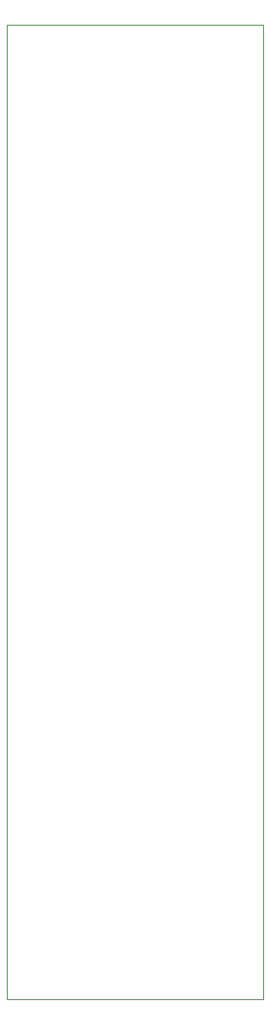
<source format=gm1>
G04 #@! TF.GenerationSoftware,KiCad,Pcbnew,7.0.10*
G04 #@! TF.CreationDate,2024-02-17T13:29:22+01:00*
G04 #@! TF.ProjectId,System_11a_output_adapter,53797374-656d-45f3-9131-615f6f757470,rev?*
G04 #@! TF.SameCoordinates,Original*
G04 #@! TF.FileFunction,Profile,NP*
%FSLAX46Y46*%
G04 Gerber Fmt 4.6, Leading zero omitted, Abs format (unit mm)*
G04 Created by KiCad (PCBNEW 7.0.10) date 2024-02-17 13:29:22*
%MOMM*%
%LPD*%
G01*
G04 APERTURE LIST*
G04 #@! TA.AperFunction,Profile*
%ADD10C,0.100000*%
G04 #@! TD*
G04 APERTURE END LIST*
D10*
X22860000Y-17780000D02*
X48260000Y-17780000D01*
X48260000Y-114300000D01*
X22860000Y-114300000D01*
X22860000Y-17780000D01*
M02*

</source>
